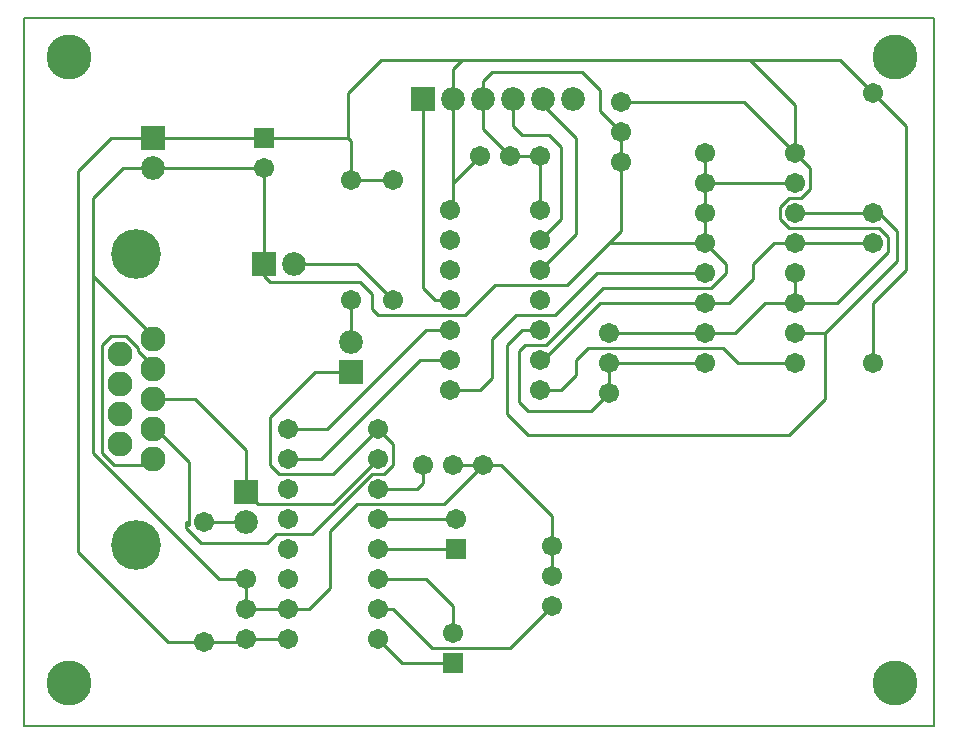
<source format=gbr>
G04 #@! TF.FileFunction,Copper,L2,Bot,Signal*
%FSLAX46Y46*%
G04 Gerber Fmt 4.6, Leading zero omitted, Abs format (unit mm)*
G04 Created by KiCad (PCBNEW 4.0.1-stable) date 10/28/16 04:05:47*
%MOMM*%
G01*
G04 APERTURE LIST*
%ADD10C,0.100000*%
%ADD11C,0.150000*%
%ADD12C,1.716000*%
%ADD13R,1.716000X1.716000*%
%ADD14R,2.016000X2.016000*%
%ADD15C,2.016000*%
%ADD16C,2.116000*%
%ADD17C,4.216000*%
%ADD18C,3.800000*%
%ADD19C,0.254000*%
G04 APERTURE END LIST*
D10*
D11*
X92202000Y-79756000D02*
X169291000Y-79756000D01*
X169291000Y-139700000D02*
X92202000Y-139700000D01*
X92202000Y-79756000D02*
X92202000Y-87122000D01*
X169291000Y-139700000D02*
X169291000Y-79756000D01*
X92202000Y-97282000D02*
X92202000Y-139700000D01*
X92202000Y-97282000D02*
X92202000Y-85852000D01*
D12*
X128270000Y-96012000D03*
X128270000Y-98552000D03*
X128270000Y-101092000D03*
X128270000Y-103632000D03*
X128270000Y-106172000D03*
X128270000Y-108712000D03*
X128270000Y-111252000D03*
X135890000Y-111252000D03*
X135890000Y-108712000D03*
X135890000Y-106172000D03*
X135890000Y-103632000D03*
X135890000Y-101092000D03*
X135890000Y-98552000D03*
X135890000Y-96012000D03*
D13*
X128524000Y-134366000D03*
D12*
X128524000Y-131826000D03*
D13*
X128778000Y-124714000D03*
D12*
X128778000Y-122174000D03*
D14*
X103124000Y-89916000D03*
D15*
X103124000Y-92456000D03*
D14*
X125984000Y-86614000D03*
D15*
X128524000Y-86614000D03*
X131064000Y-86614000D03*
X133604000Y-86614000D03*
X136144000Y-86614000D03*
X138684000Y-86614000D03*
D14*
X112522000Y-100584000D03*
D15*
X115062000Y-100584000D03*
D14*
X110998000Y-119888000D03*
D15*
X110998000Y-122428000D03*
D14*
X119888000Y-109728000D03*
D15*
X119888000Y-107188000D03*
D12*
X123444000Y-103632000D03*
X123444000Y-93472000D03*
X164084000Y-98806000D03*
X164084000Y-108966000D03*
X164084000Y-96266000D03*
X164084000Y-86106000D03*
X107442000Y-132588000D03*
X107442000Y-122428000D03*
X119888000Y-93472000D03*
X119888000Y-103632000D03*
X149860000Y-91186000D03*
X149860000Y-93726000D03*
X149860000Y-96266000D03*
X149860000Y-98806000D03*
X149860000Y-101346000D03*
X149860000Y-103886000D03*
X149860000Y-106426000D03*
X149860000Y-108966000D03*
X157480000Y-108966000D03*
X157480000Y-106426000D03*
X157480000Y-103886000D03*
X157480000Y-101346000D03*
X157480000Y-98806000D03*
X157480000Y-96266000D03*
X157480000Y-93726000D03*
X157480000Y-91186000D03*
X122174000Y-132334000D03*
X122174000Y-129794000D03*
X122174000Y-127254000D03*
X122174000Y-124714000D03*
X122174000Y-122174000D03*
X122174000Y-119634000D03*
X122174000Y-117094000D03*
X122174000Y-114554000D03*
X114554000Y-114554000D03*
X114554000Y-117094000D03*
X114554000Y-119634000D03*
X114554000Y-122174000D03*
X114554000Y-124714000D03*
X114554000Y-127254000D03*
X114554000Y-129794000D03*
X114554000Y-132334000D03*
X110998000Y-132334000D03*
X110998000Y-129794000D03*
X110998000Y-127254000D03*
X142748000Y-86868000D03*
X142748000Y-89408000D03*
X142748000Y-91948000D03*
X141732000Y-106426000D03*
X141732000Y-108966000D03*
X141732000Y-111506000D03*
X130810000Y-91440000D03*
X133350000Y-91440000D03*
X135890000Y-91440000D03*
X136906000Y-129540000D03*
X136906000Y-127000000D03*
X136906000Y-124460000D03*
X125984000Y-117602000D03*
X128524000Y-117602000D03*
X131064000Y-117602000D03*
D16*
X103124000Y-112014000D03*
X103124000Y-114554000D03*
X103124000Y-117094000D03*
X103124000Y-109474000D03*
X103124000Y-106934000D03*
X100330000Y-108204000D03*
X100330000Y-110744000D03*
X100330000Y-113284000D03*
X100330000Y-115824000D03*
D17*
X101727000Y-124333000D03*
X101727000Y-99695000D03*
D13*
X112522000Y-89916000D03*
D12*
X112522000Y-92456000D03*
D18*
X96000000Y-83000000D03*
X96000000Y-136000000D03*
X166000000Y-136000000D03*
X166000000Y-83000000D03*
D19*
X130810000Y-91440000D02*
X128524000Y-93726000D01*
X128524000Y-86614000D02*
X128524000Y-93726000D01*
X128524000Y-93726000D02*
X128524000Y-95758000D01*
X128524000Y-95758000D02*
X128270000Y-96012000D01*
X142748000Y-86868000D02*
X153162000Y-86868000D01*
X153162000Y-86868000D02*
X157480000Y-91186000D01*
X164084000Y-86106000D02*
X162814000Y-84836000D01*
X164084000Y-108966000D02*
X164084000Y-103886000D01*
X161290000Y-83312000D02*
X153670000Y-83312000D01*
X166878000Y-88900000D02*
X162814000Y-84836000D01*
X162814000Y-84836000D02*
X161290000Y-83312000D01*
X166878000Y-101092000D02*
X166878000Y-88900000D01*
X164084000Y-103886000D02*
X166878000Y-101092000D01*
X157480000Y-91186000D02*
X157480000Y-87122000D01*
X157480000Y-87122000D02*
X153670000Y-83312000D01*
X153670000Y-83312000D02*
X139446000Y-83312000D01*
X142748000Y-86868000D02*
X142748000Y-86614000D01*
X139446000Y-83312000D02*
X129286000Y-83312000D01*
X149860000Y-106426000D02*
X144780000Y-106426000D01*
X144780000Y-106426000D02*
X141732000Y-106426000D01*
X129286000Y-83312000D02*
X122428000Y-83312000D01*
X119634000Y-86106000D02*
X122428000Y-83312000D01*
X119634000Y-86106000D02*
X119634000Y-89916000D01*
X107442000Y-132588000D02*
X104394000Y-132588000D01*
X104394000Y-132588000D02*
X96774000Y-124968000D01*
X96774000Y-124968000D02*
X96774000Y-92710000D01*
X96774000Y-92710000D02*
X99568000Y-89916000D01*
X99568000Y-89916000D02*
X103124000Y-89916000D01*
X119888000Y-93472000D02*
X123444000Y-93472000D01*
X119888000Y-93472000D02*
X119888000Y-90170000D01*
X119888000Y-90170000D02*
X119634000Y-89916000D01*
X128524000Y-84074000D02*
X128524000Y-86614000D01*
X129286000Y-83312000D02*
X128524000Y-84074000D01*
X157480000Y-103886000D02*
X161036000Y-103886000D01*
X161036000Y-103886000D02*
X165354000Y-99568000D01*
X165354000Y-99568000D02*
X165354000Y-98298000D01*
X165354000Y-98298000D02*
X164592000Y-97536000D01*
X164592000Y-97536000D02*
X156972000Y-97536000D01*
X156972000Y-97536000D02*
X156210000Y-96774000D01*
X156210000Y-96774000D02*
X156210000Y-95758000D01*
X156210000Y-95758000D02*
X156972000Y-94996000D01*
X156972000Y-94996000D02*
X157988000Y-94996000D01*
X157988000Y-94996000D02*
X158750000Y-94234000D01*
X158750000Y-94234000D02*
X158750000Y-92456000D01*
X158750000Y-92456000D02*
X157480000Y-91186000D01*
X114554000Y-132334000D02*
X110998000Y-132334000D01*
X110998000Y-132334000D02*
X110744000Y-132588000D01*
X110744000Y-132588000D02*
X107442000Y-132588000D01*
X103124000Y-89916000D02*
X112522000Y-89916000D01*
X112522000Y-89916000D02*
X119634000Y-89916000D01*
X157480000Y-101346000D02*
X157480000Y-103886000D01*
X154940000Y-103886000D02*
X157480000Y-103886000D01*
X149860000Y-106426000D02*
X152400000Y-106426000D01*
X152400000Y-106426000D02*
X154940000Y-103886000D01*
X131064000Y-91186000D02*
X130810000Y-91440000D01*
X112522000Y-100584000D02*
X112522000Y-92456000D01*
X103124000Y-92456000D02*
X112522000Y-92456000D01*
X128524000Y-117602000D02*
X131064000Y-117602000D01*
X136906000Y-127000000D02*
X136906000Y-124460000D01*
X133350000Y-91440000D02*
X135890000Y-91440000D01*
X135890000Y-96012000D02*
X135890000Y-91440000D01*
X131064000Y-89154000D02*
X133350000Y-91440000D01*
X137160000Y-84328000D02*
X139446000Y-84328000D01*
X140970000Y-87630000D02*
X142748000Y-89408000D01*
X140970000Y-85852000D02*
X140970000Y-87630000D01*
X139446000Y-84328000D02*
X140970000Y-85852000D01*
X141732000Y-98806000D02*
X142748000Y-97790000D01*
X142748000Y-95758000D02*
X142748000Y-97790000D01*
X142748000Y-91948000D02*
X142748000Y-95758000D01*
X149860000Y-98806000D02*
X142748000Y-98806000D01*
X142748000Y-98806000D02*
X141732000Y-98806000D01*
X141732000Y-98806000D02*
X140208000Y-100330000D01*
X142748000Y-89408000D02*
X142748000Y-91948000D01*
X137160000Y-84328000D02*
X131826000Y-84328000D01*
X131064000Y-85090000D02*
X131826000Y-84328000D01*
X131064000Y-85090000D02*
X131064000Y-86614000D01*
X138176000Y-102362000D02*
X136906000Y-102362000D01*
X113030000Y-102108000D02*
X120650000Y-102108000D01*
X120650000Y-102108000D02*
X121666000Y-103124000D01*
X121666000Y-103124000D02*
X121666000Y-104394000D01*
X121666000Y-104394000D02*
X122174000Y-104902000D01*
X122174000Y-104902000D02*
X129540000Y-104902000D01*
X129540000Y-104902000D02*
X132080000Y-102362000D01*
X132080000Y-102362000D02*
X136906000Y-102362000D01*
X112522000Y-100584000D02*
X112522000Y-101600000D01*
X112522000Y-101600000D02*
X113030000Y-102108000D01*
X140208000Y-100330000D02*
X138176000Y-102362000D01*
X149860000Y-91186000D02*
X149860000Y-93726000D01*
X149860000Y-93726000D02*
X149860000Y-96266000D01*
X149860000Y-96266000D02*
X149860000Y-98806000D01*
X141224000Y-102616000D02*
X146304000Y-102616000D01*
X134112000Y-107950000D02*
X134620000Y-107442000D01*
X134620000Y-107442000D02*
X136398000Y-107442000D01*
X136398000Y-107442000D02*
X141224000Y-102616000D01*
X141732000Y-111506000D02*
X140208000Y-113030000D01*
X134874000Y-113030000D02*
X140208000Y-113030000D01*
X134112000Y-112268000D02*
X134874000Y-113030000D01*
X134112000Y-107950000D02*
X134112000Y-112268000D01*
X146304000Y-102616000D02*
X150368000Y-102616000D01*
X150368000Y-102616000D02*
X151638000Y-101346000D01*
X151638000Y-101346000D02*
X151638000Y-100584000D01*
X151638000Y-100584000D02*
X149860000Y-98806000D01*
X149860000Y-108966000D02*
X144780000Y-108966000D01*
X144780000Y-108966000D02*
X141732000Y-108966000D01*
X157480000Y-93726000D02*
X149860000Y-93726000D01*
X110998000Y-127254000D02*
X108712000Y-127254000D01*
X108712000Y-127254000D02*
X98044000Y-116586000D01*
X98044000Y-116586000D02*
X98044000Y-101600000D01*
X103124000Y-106934000D02*
X103124000Y-106680000D01*
X103124000Y-106680000D02*
X98044000Y-101600000D01*
X100584000Y-92456000D02*
X103124000Y-92456000D01*
X98044000Y-101600000D02*
X98044000Y-94996000D01*
X98044000Y-94996000D02*
X100584000Y-92456000D01*
X136906000Y-84328000D02*
X137160000Y-84328000D01*
X114554000Y-129794000D02*
X116332000Y-129794000D01*
X116332000Y-129794000D02*
X118110000Y-128016000D01*
X110998000Y-127254000D02*
X110998000Y-129794000D01*
X110998000Y-129794000D02*
X114554000Y-129794000D01*
X141732000Y-108966000D02*
X141732000Y-111506000D01*
X131064000Y-86614000D02*
X131064000Y-89154000D01*
X118110000Y-128016000D02*
X118110000Y-123190000D01*
X118110000Y-123190000D02*
X120396000Y-120904000D01*
X120396000Y-120904000D02*
X127762000Y-120904000D01*
X136906000Y-124460000D02*
X136906000Y-121920000D01*
X136906000Y-121920000D02*
X132588000Y-117602000D01*
X132588000Y-117602000D02*
X131064000Y-117602000D01*
X127762000Y-120904000D02*
X131064000Y-117602000D01*
X131318000Y-117856000D02*
X131064000Y-117602000D01*
X122174000Y-132334000D02*
X124206000Y-134366000D01*
X124206000Y-134366000D02*
X128524000Y-134366000D01*
X128524000Y-131826000D02*
X128524000Y-129540000D01*
X126238000Y-127254000D02*
X122174000Y-127254000D01*
X128524000Y-129540000D02*
X126238000Y-127254000D01*
X122174000Y-124714000D02*
X128778000Y-124714000D01*
X128778000Y-122174000D02*
X122174000Y-122174000D01*
X103124000Y-112014000D02*
X106680000Y-112014000D01*
X110998000Y-116332000D02*
X110998000Y-119888000D01*
X106680000Y-112014000D02*
X110998000Y-116332000D01*
X122174000Y-117094000D02*
X119380000Y-119888000D01*
X119380000Y-119888000D02*
X118364000Y-120904000D01*
X118364000Y-120904000D02*
X112014000Y-120904000D01*
X112014000Y-120904000D02*
X110998000Y-119888000D01*
X121920000Y-117094000D02*
X122174000Y-117094000D01*
X103124000Y-112014000D02*
X103124000Y-112268000D01*
X119888000Y-109728000D02*
X116840000Y-109728000D01*
X118364000Y-118364000D02*
X122174000Y-114554000D01*
X113792000Y-118364000D02*
X118364000Y-118364000D01*
X113030000Y-117602000D02*
X113792000Y-118364000D01*
X113030000Y-113538000D02*
X113030000Y-117602000D01*
X116840000Y-109728000D02*
X113030000Y-113538000D01*
X103124000Y-114300000D02*
X106172000Y-117348000D01*
X123444000Y-115824000D02*
X122174000Y-114554000D01*
X123444000Y-117602000D02*
X123444000Y-115824000D01*
X122682000Y-118364000D02*
X123444000Y-117602000D01*
X121666000Y-118364000D02*
X122682000Y-118364000D01*
X116586000Y-123444000D02*
X121666000Y-118364000D01*
X113538000Y-123444000D02*
X116586000Y-123444000D01*
X112776000Y-124206000D02*
X113538000Y-123444000D01*
X107188000Y-124206000D02*
X112776000Y-124206000D01*
X105918000Y-122936000D02*
X107188000Y-124206000D01*
X105918000Y-122428000D02*
X105918000Y-122936000D01*
X106172000Y-122682000D02*
X105918000Y-122428000D01*
X106172000Y-117348000D02*
X106172000Y-122682000D01*
X103124000Y-114554000D02*
X103124000Y-114300000D01*
X103124000Y-109474000D02*
X103124000Y-109220000D01*
X103124000Y-109220000D02*
X101854000Y-107950000D01*
X101854000Y-107950000D02*
X101854000Y-107696000D01*
X101854000Y-107696000D02*
X100838000Y-106680000D01*
X100838000Y-106680000D02*
X99568000Y-106680000D01*
X99568000Y-106680000D02*
X98806000Y-107442000D01*
X98806000Y-107442000D02*
X98806000Y-116586000D01*
X98806000Y-116586000D02*
X99822000Y-117602000D01*
X99822000Y-117602000D02*
X102616000Y-117602000D01*
X102616000Y-117602000D02*
X103124000Y-117094000D01*
X125984000Y-86614000D02*
X125984000Y-102616000D01*
X127000000Y-103632000D02*
X128270000Y-103632000D01*
X125984000Y-102616000D02*
X127000000Y-103632000D01*
X133604000Y-86614000D02*
X133604000Y-88900000D01*
X137668000Y-96774000D02*
X135890000Y-98552000D01*
X137668000Y-90678000D02*
X137668000Y-96774000D01*
X136652000Y-89662000D02*
X137668000Y-90678000D01*
X134366000Y-89662000D02*
X136652000Y-89662000D01*
X133604000Y-88900000D02*
X134366000Y-89662000D01*
X136144000Y-86614000D02*
X136144000Y-87122000D01*
X136144000Y-87122000D02*
X138938000Y-89916000D01*
X138938000Y-89916000D02*
X138938000Y-98044000D01*
X138938000Y-98044000D02*
X135890000Y-101092000D01*
X115062000Y-100584000D02*
X120396000Y-100584000D01*
X120396000Y-100584000D02*
X123444000Y-103632000D01*
X107442000Y-122428000D02*
X110998000Y-122428000D01*
X119888000Y-107188000D02*
X119888000Y-103632000D01*
X149860000Y-103886000D02*
X144780000Y-103886000D01*
X140970000Y-103886000D02*
X144780000Y-103886000D01*
X140970000Y-103886000D02*
X136144000Y-108712000D01*
X149860000Y-103886000D02*
X151892000Y-103886000D01*
X151892000Y-103886000D02*
X153924000Y-101854000D01*
X135890000Y-108712000D02*
X136144000Y-108712000D01*
X164084000Y-98806000D02*
X157480000Y-98806000D01*
X155702000Y-98806000D02*
X157480000Y-98806000D01*
X153924000Y-100584000D02*
X155702000Y-98806000D01*
X153924000Y-101854000D02*
X153924000Y-100584000D01*
X134874000Y-115062000D02*
X139954000Y-115062000D01*
X134366000Y-106172000D02*
X133096000Y-107442000D01*
X133096000Y-107442000D02*
X133096000Y-113284000D01*
X133096000Y-113284000D02*
X134874000Y-115062000D01*
X139954000Y-115062000D02*
X156972000Y-115062000D01*
X160020000Y-106426000D02*
X160020000Y-112014000D01*
X156972000Y-115062000D02*
X160020000Y-112014000D01*
X134366000Y-106172000D02*
X135890000Y-106172000D01*
X157480000Y-106426000D02*
X160020000Y-106426000D01*
X164592000Y-96266000D02*
X161036000Y-96266000D01*
X166116000Y-97790000D02*
X164592000Y-96266000D01*
X166116000Y-100330000D02*
X166116000Y-97790000D01*
X160020000Y-106426000D02*
X166116000Y-100330000D01*
X157480000Y-96266000D02*
X161036000Y-96266000D01*
X157480000Y-106426000D02*
X158242000Y-106426000D01*
X149860000Y-101346000D02*
X144780000Y-101346000D01*
X130810000Y-111252000D02*
X131826000Y-110236000D01*
X131826000Y-110236000D02*
X131826000Y-106934000D01*
X131826000Y-106934000D02*
X133858000Y-104902000D01*
X133858000Y-104902000D02*
X137160000Y-104902000D01*
X137160000Y-104902000D02*
X140716000Y-101346000D01*
X140716000Y-101346000D02*
X144780000Y-101346000D01*
X130810000Y-111252000D02*
X128270000Y-111252000D01*
X145034000Y-107696000D02*
X139954000Y-107696000D01*
X137668000Y-111252000D02*
X138938000Y-109982000D01*
X138938000Y-109982000D02*
X138938000Y-108712000D01*
X138938000Y-108712000D02*
X139954000Y-107696000D01*
X145034000Y-107696000D02*
X151384000Y-107696000D01*
X151384000Y-107696000D02*
X152654000Y-108966000D01*
X157480000Y-108966000D02*
X152654000Y-108966000D01*
X137668000Y-111252000D02*
X135890000Y-111252000D01*
X133350000Y-133096000D02*
X136906000Y-129540000D01*
X126746000Y-133096000D02*
X133350000Y-133096000D01*
X123444000Y-129794000D02*
X126746000Y-133096000D01*
X122174000Y-129794000D02*
X123444000Y-129794000D01*
X125984000Y-117602000D02*
X125984000Y-119126000D01*
X125476000Y-119634000D02*
X122174000Y-119634000D01*
X125984000Y-119126000D02*
X125476000Y-119634000D01*
X114554000Y-114554000D02*
X117856000Y-114554000D01*
X126238000Y-106172000D02*
X128270000Y-106172000D01*
X117856000Y-114554000D02*
X126238000Y-106172000D01*
X128270000Y-108712000D02*
X125730000Y-108712000D01*
X117348000Y-117094000D02*
X114554000Y-117094000D01*
X125730000Y-108712000D02*
X117348000Y-117094000D01*
M02*

</source>
